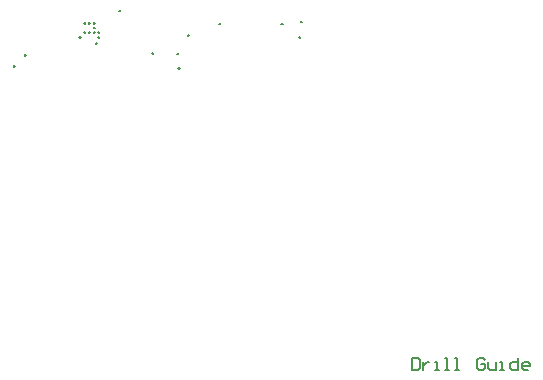
<source format=gbr>
G04 Layer_Color=128*
%FSLAX45Y45*%
%MOMM*%
%TF.FileFunction,Drillmap*%
%TF.Part,Single*%
%TFFileComment,The blind Vias under BGA and Other Pads are Via-In-Pad (VIP)*%
G01*
G75*
%TA.AperFunction,NonConductor*%
%ADD39C,0.15000*%
%ADD155C,0.12700*%
D39*
X3599430Y-2822042D02*
Y-2922009D01*
X3649414D01*
X3666075Y-2905348D01*
Y-2838703D01*
X3649414Y-2822042D01*
X3599430D01*
X3699398Y-2855364D02*
Y-2922009D01*
Y-2888687D01*
X3716060Y-2872025D01*
X3732721Y-2855364D01*
X3749382D01*
X3799366Y-2922009D02*
X3832689D01*
X3816027D01*
Y-2855364D01*
X3799366D01*
X3882672Y-2922009D02*
X3915995D01*
X3899334D01*
Y-2822042D01*
X3882672D01*
X3965979Y-2922009D02*
X3999301D01*
X3982640D01*
Y-2822042D01*
X3965979D01*
X4215898Y-2838703D02*
X4199237Y-2822042D01*
X4165914D01*
X4149253Y-2838703D01*
Y-2905348D01*
X4165914Y-2922009D01*
X4199237D01*
X4215898Y-2905348D01*
Y-2872025D01*
X4182576D01*
X4249221Y-2855364D02*
Y-2905348D01*
X4265882Y-2922009D01*
X4315866D01*
Y-2855364D01*
X4349189Y-2922009D02*
X4382511D01*
X4365850D01*
Y-2855364D01*
X4349189D01*
X4499140Y-2822042D02*
Y-2922009D01*
X4449156D01*
X4432495Y-2905348D01*
Y-2872025D01*
X4449156Y-2855364D01*
X4499140D01*
X4582447Y-2922009D02*
X4549124D01*
X4532463Y-2905348D01*
Y-2872025D01*
X4549124Y-2855364D01*
X4582447D01*
X4599108Y-2872025D01*
Y-2888687D01*
X4532463D01*
D155*
X1703989Y-88605D02*
X1713989D01*
X1708989Y-93605D02*
Y-83605D01*
X1401991Y-240211D02*
X1411991D01*
X1406991Y-245211D02*
Y-235211D01*
X1614582Y-245211D02*
X1624582D01*
X1619582Y-250211D02*
Y-240211D01*
X1968917Y11836D02*
X1978917D01*
X1973917Y6836D02*
Y16836D01*
X2645059Y-103734D02*
X2655059D01*
X2650059Y-108734D02*
Y-98734D01*
X1623979Y-367894D02*
X1633979D01*
X1628979Y-372894D02*
Y-362894D01*
X2496469Y11836D02*
X2506469D01*
X2501469Y6836D02*
Y16836D01*
X1120629Y121386D02*
X1130629D01*
X1125629Y116386D02*
Y126386D01*
X825629Y16386D02*
X835629D01*
X830629Y11386D02*
Y21386D01*
X865629Y16386D02*
X875629D01*
X870629Y11386D02*
Y21386D01*
X945629Y-63614D02*
X955629D01*
X950629Y-68614D02*
Y-58614D01*
X945629Y-103614D02*
X955629D01*
X950629Y-108614D02*
Y-98614D01*
X865629Y-63614D02*
X875629D01*
X870629Y-68614D02*
Y-58614D01*
X785629Y-103614D02*
X795629D01*
X790629Y-108614D02*
Y-98614D01*
X229759Y-347514D02*
X239759D01*
X234759Y-352514D02*
Y-342514D01*
X322449Y-253821D02*
X332449D01*
X327449Y-258821D02*
Y-248821D01*
X923162Y-155602D02*
X933162D01*
X928162Y-160602D02*
Y-150602D01*
X905629Y-23614D02*
X915629D01*
X910629Y-28614D02*
Y-18614D01*
X825629Y-63614D02*
X835629D01*
X830629Y-68614D02*
Y-58614D01*
X905629Y-63614D02*
X915629D01*
X910629Y-68614D02*
Y-58614D01*
X905629Y16386D02*
X915629D01*
X910629Y11386D02*
Y21386D01*
X2660200Y27900D02*
X2670200D01*
X2665200Y22900D02*
Y32900D01*
%TF.MD5,2cb011aa71614bc600ebcb034250a1a6*%
M02*

</source>
